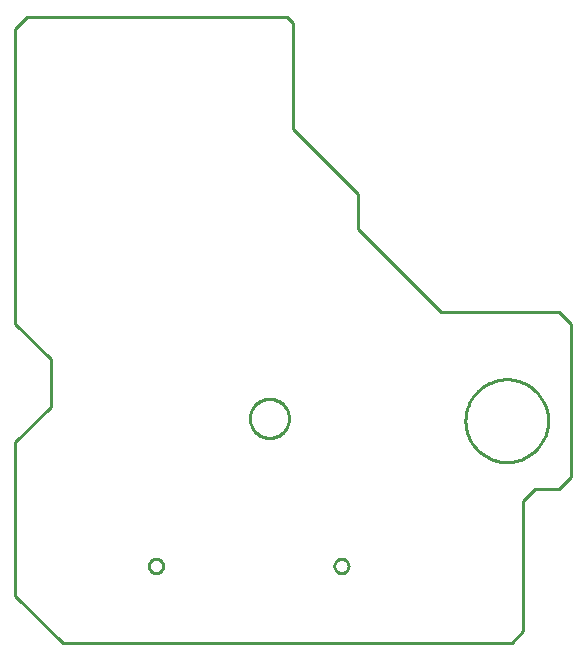
<source format=gbr>
G04 EAGLE Gerber RS-274X export*
G75*
%MOMM*%
%FSLAX34Y34*%
%LPD*%
%IN*%
%IPPOS*%
%AMOC8*
5,1,8,0,0,1.08239X$1,22.5*%
G01*
%ADD10C,0.254000*%


D10*
X800000Y1840000D02*
X840000Y1800000D01*
X1220000Y1800000D01*
X1230000Y1810000D01*
X1230000Y1920000D01*
X1240000Y1930000D01*
X1260000Y1930000D01*
X1270000Y1940000D01*
X1270000Y2070000D01*
X1260000Y2080000D01*
X1160000Y2080000D01*
X1090000Y2150000D01*
X1090000Y2180000D01*
X1035000Y2235000D01*
X1035000Y2325000D01*
X1030000Y2330000D01*
X810000Y2330000D01*
X800000Y2320000D01*
X800000Y2070000D01*
X830000Y2040000D01*
X830000Y2000000D01*
X800000Y1970000D01*
X800000Y1840000D01*
X1251000Y1987191D02*
X1251000Y1988809D01*
X1250925Y1990424D01*
X1250776Y1992035D01*
X1250553Y1993636D01*
X1250255Y1995226D01*
X1249885Y1996800D01*
X1249443Y1998356D01*
X1248929Y1999889D01*
X1248344Y2001398D01*
X1247691Y2002877D01*
X1246970Y2004325D01*
X1246183Y2005738D01*
X1245332Y2007113D01*
X1244418Y2008447D01*
X1243443Y2009738D01*
X1242410Y2010982D01*
X1241321Y2012177D01*
X1240177Y2013321D01*
X1238982Y2014410D01*
X1237738Y2015443D01*
X1236447Y2016418D01*
X1235113Y2017332D01*
X1233738Y2018183D01*
X1232325Y2018970D01*
X1230877Y2019691D01*
X1229398Y2020344D01*
X1227889Y2020929D01*
X1226356Y2021443D01*
X1224800Y2021885D01*
X1223226Y2022255D01*
X1221636Y2022553D01*
X1220035Y2022776D01*
X1218424Y2022925D01*
X1216809Y2023000D01*
X1215191Y2023000D01*
X1213576Y2022925D01*
X1211965Y2022776D01*
X1210364Y2022553D01*
X1208774Y2022255D01*
X1207200Y2021885D01*
X1205644Y2021443D01*
X1204111Y2020929D01*
X1202603Y2020344D01*
X1201123Y2019691D01*
X1199675Y2018970D01*
X1198262Y2018183D01*
X1196887Y2017332D01*
X1195553Y2016418D01*
X1194262Y2015443D01*
X1193018Y2014410D01*
X1191823Y2013321D01*
X1190679Y2012177D01*
X1189590Y2010982D01*
X1188557Y2009738D01*
X1187582Y2008447D01*
X1186668Y2007113D01*
X1185817Y2005738D01*
X1185030Y2004325D01*
X1184309Y2002877D01*
X1183656Y2001398D01*
X1183071Y1999889D01*
X1182557Y1998356D01*
X1182115Y1996800D01*
X1181745Y1995226D01*
X1181447Y1993636D01*
X1181224Y1992035D01*
X1181075Y1990424D01*
X1181000Y1988809D01*
X1181000Y1987191D01*
X1181075Y1985576D01*
X1181224Y1983965D01*
X1181447Y1982364D01*
X1181745Y1980774D01*
X1182115Y1979200D01*
X1182557Y1977644D01*
X1183071Y1976111D01*
X1183656Y1974603D01*
X1184309Y1973123D01*
X1185030Y1971675D01*
X1185817Y1970262D01*
X1186668Y1968887D01*
X1187582Y1967553D01*
X1188557Y1966262D01*
X1189590Y1965018D01*
X1190679Y1963823D01*
X1191823Y1962679D01*
X1193018Y1961590D01*
X1194262Y1960557D01*
X1195553Y1959582D01*
X1196887Y1958668D01*
X1198262Y1957817D01*
X1199675Y1957030D01*
X1201123Y1956309D01*
X1202603Y1955656D01*
X1204111Y1955071D01*
X1205644Y1954557D01*
X1207200Y1954115D01*
X1208774Y1953745D01*
X1210364Y1953447D01*
X1211965Y1953224D01*
X1213576Y1953075D01*
X1215191Y1953000D01*
X1216809Y1953000D01*
X1218424Y1953075D01*
X1220035Y1953224D01*
X1221636Y1953447D01*
X1223226Y1953745D01*
X1224800Y1954115D01*
X1226356Y1954557D01*
X1227889Y1955071D01*
X1229398Y1955656D01*
X1230877Y1956309D01*
X1232325Y1957030D01*
X1233738Y1957817D01*
X1235113Y1958668D01*
X1236447Y1959582D01*
X1237738Y1960557D01*
X1238982Y1961590D01*
X1240177Y1962679D01*
X1241321Y1963823D01*
X1242410Y1965018D01*
X1243443Y1966262D01*
X1244418Y1967553D01*
X1245332Y1968887D01*
X1246183Y1970262D01*
X1246970Y1971675D01*
X1247691Y1973123D01*
X1248344Y1974603D01*
X1248929Y1976111D01*
X1249443Y1977644D01*
X1249885Y1979200D01*
X1250255Y1980774D01*
X1250553Y1982364D01*
X1250776Y1983965D01*
X1250925Y1985576D01*
X1251000Y1987191D01*
X1031500Y1989460D02*
X1031500Y1990540D01*
X1031429Y1991618D01*
X1031288Y1992689D01*
X1031078Y1993749D01*
X1030798Y1994792D01*
X1030451Y1995815D01*
X1030037Y1996813D01*
X1029560Y1997782D01*
X1029019Y1998718D01*
X1028419Y1999616D01*
X1027762Y2000473D01*
X1027049Y2001285D01*
X1026285Y2002049D01*
X1025473Y2002762D01*
X1024616Y2003419D01*
X1023718Y2004019D01*
X1022782Y2004560D01*
X1021813Y2005037D01*
X1020815Y2005451D01*
X1019792Y2005798D01*
X1018749Y2006078D01*
X1017689Y2006288D01*
X1016618Y2006429D01*
X1015540Y2006500D01*
X1014460Y2006500D01*
X1013382Y2006429D01*
X1012311Y2006288D01*
X1011251Y2006078D01*
X1010208Y2005798D01*
X1009185Y2005451D01*
X1008187Y2005037D01*
X1007218Y2004560D01*
X1006282Y2004019D01*
X1005384Y2003419D01*
X1004527Y2002762D01*
X1003715Y2002049D01*
X1002951Y2001285D01*
X1002239Y2000473D01*
X1001581Y1999616D01*
X1000981Y1998718D01*
X1000441Y1997782D01*
X999963Y1996813D01*
X999549Y1995815D01*
X999202Y1994792D01*
X998922Y1993749D01*
X998712Y1992689D01*
X998571Y1991618D01*
X998500Y1990540D01*
X998500Y1989460D01*
X998571Y1988382D01*
X998712Y1987311D01*
X998922Y1986251D01*
X999202Y1985208D01*
X999549Y1984185D01*
X999963Y1983187D01*
X1000441Y1982218D01*
X1000981Y1981282D01*
X1001581Y1980384D01*
X1002239Y1979527D01*
X1002951Y1978715D01*
X1003715Y1977951D01*
X1004527Y1977239D01*
X1005384Y1976581D01*
X1006282Y1975981D01*
X1007218Y1975441D01*
X1008187Y1974963D01*
X1009185Y1974549D01*
X1010208Y1974202D01*
X1011251Y1973922D01*
X1012311Y1973712D01*
X1013382Y1973571D01*
X1014460Y1973500D01*
X1015540Y1973500D01*
X1016618Y1973571D01*
X1017689Y1973712D01*
X1018749Y1973922D01*
X1019792Y1974202D01*
X1020815Y1974549D01*
X1021813Y1974963D01*
X1022782Y1975441D01*
X1023718Y1975981D01*
X1024616Y1976581D01*
X1025473Y1977239D01*
X1026285Y1977951D01*
X1027049Y1978715D01*
X1027762Y1979527D01*
X1028419Y1980384D01*
X1029019Y1981282D01*
X1029560Y1982218D01*
X1030037Y1983187D01*
X1030451Y1984185D01*
X1030798Y1985208D01*
X1031078Y1986251D01*
X1031288Y1987311D01*
X1031429Y1988382D01*
X1031500Y1989460D01*
X1082000Y1864663D02*
X1082000Y1865337D01*
X1081925Y1866007D01*
X1081775Y1866664D01*
X1081552Y1867300D01*
X1081260Y1867907D01*
X1080901Y1868478D01*
X1080481Y1869004D01*
X1080004Y1869481D01*
X1079478Y1869901D01*
X1078907Y1870260D01*
X1078300Y1870552D01*
X1077664Y1870775D01*
X1077007Y1870925D01*
X1076337Y1871000D01*
X1075663Y1871000D01*
X1074993Y1870925D01*
X1074336Y1870775D01*
X1073700Y1870552D01*
X1073093Y1870260D01*
X1072523Y1869901D01*
X1071996Y1869481D01*
X1071519Y1869004D01*
X1071099Y1868478D01*
X1070740Y1867907D01*
X1070448Y1867300D01*
X1070225Y1866664D01*
X1070075Y1866007D01*
X1070000Y1865337D01*
X1070000Y1864663D01*
X1070075Y1863993D01*
X1070225Y1863336D01*
X1070448Y1862700D01*
X1070740Y1862093D01*
X1071099Y1861523D01*
X1071519Y1860996D01*
X1071996Y1860519D01*
X1072523Y1860099D01*
X1073093Y1859740D01*
X1073700Y1859448D01*
X1074336Y1859225D01*
X1074993Y1859075D01*
X1075663Y1859000D01*
X1076337Y1859000D01*
X1077007Y1859075D01*
X1077664Y1859225D01*
X1078300Y1859448D01*
X1078907Y1859740D01*
X1079478Y1860099D01*
X1080004Y1860519D01*
X1080481Y1860996D01*
X1080901Y1861523D01*
X1081260Y1862093D01*
X1081552Y1862700D01*
X1081775Y1863336D01*
X1081925Y1863993D01*
X1082000Y1864663D01*
X925000Y1864663D02*
X925000Y1865337D01*
X924925Y1866007D01*
X924775Y1866664D01*
X924552Y1867300D01*
X924260Y1867907D01*
X923901Y1868478D01*
X923481Y1869004D01*
X923004Y1869481D01*
X922478Y1869901D01*
X921907Y1870260D01*
X921300Y1870552D01*
X920664Y1870775D01*
X920007Y1870925D01*
X919337Y1871000D01*
X918663Y1871000D01*
X917993Y1870925D01*
X917336Y1870775D01*
X916700Y1870552D01*
X916093Y1870260D01*
X915523Y1869901D01*
X914996Y1869481D01*
X914519Y1869004D01*
X914099Y1868478D01*
X913740Y1867907D01*
X913448Y1867300D01*
X913225Y1866664D01*
X913075Y1866007D01*
X913000Y1865337D01*
X913000Y1864663D01*
X913075Y1863993D01*
X913225Y1863336D01*
X913448Y1862700D01*
X913740Y1862093D01*
X914099Y1861523D01*
X914519Y1860996D01*
X914996Y1860519D01*
X915523Y1860099D01*
X916093Y1859740D01*
X916700Y1859448D01*
X917336Y1859225D01*
X917993Y1859075D01*
X918663Y1859000D01*
X919337Y1859000D01*
X920007Y1859075D01*
X920664Y1859225D01*
X921300Y1859448D01*
X921907Y1859740D01*
X922478Y1860099D01*
X923004Y1860519D01*
X923481Y1860996D01*
X923901Y1861523D01*
X924260Y1862093D01*
X924552Y1862700D01*
X924775Y1863336D01*
X924925Y1863993D01*
X925000Y1864663D01*
M02*

</source>
